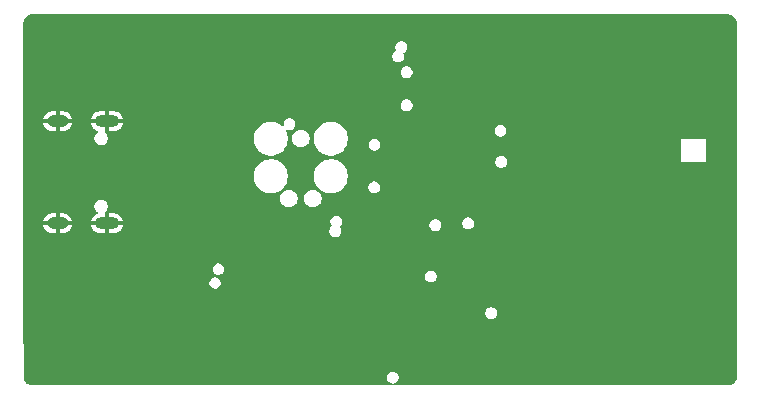
<source format=gbr>
%TF.GenerationSoftware,KiCad,Pcbnew,9.0.2*%
%TF.CreationDate,2025-06-08T15:41:30-05:00*%
%TF.ProjectId,STM32,53544d33-322e-46b6-9963-61645f706362,rev?*%
%TF.SameCoordinates,PX218c9f8PY54a9188*%
%TF.FileFunction,Copper,L3,Inr*%
%TF.FilePolarity,Positive*%
%FSLAX46Y46*%
G04 Gerber Fmt 4.6, Leading zero omitted, Abs format (unit mm)*
G04 Created by KiCad (PCBNEW 9.0.2) date 2025-06-08 15:41:30*
%MOMM*%
%LPD*%
G01*
G04 APERTURE LIST*
%TA.AperFunction,HeatsinkPad*%
%ADD10O,1.800000X1.000000*%
%TD*%
%TA.AperFunction,HeatsinkPad*%
%ADD11O,2.100000X1.000000*%
%TD*%
%TA.AperFunction,ComponentPad*%
%ADD12C,0.700000*%
%TD*%
%TA.AperFunction,ComponentPad*%
%ADD13C,4.400000*%
%TD*%
%TA.AperFunction,ViaPad*%
%ADD14C,0.900000*%
%TD*%
%TA.AperFunction,ViaPad*%
%ADD15C,0.700000*%
%TD*%
%TA.AperFunction,ViaPad*%
%ADD16C,0.650000*%
%TD*%
G04 APERTURE END LIST*
D10*
%TO.N,GND*%
%TO.C,J1*%
X3021000Y13773000D03*
D11*
X7201000Y13773000D03*
D10*
X3021000Y22413000D03*
D11*
X7201000Y22413000D03*
%TD*%
D12*
%TO.N,GND*%
%TO.C,H1*%
X2337726Y27939726D03*
X2821000Y29106452D03*
X2821000Y26773000D03*
X3987726Y29589726D03*
D13*
X3987726Y27939726D03*
D12*
X3987726Y26289726D03*
X5154452Y29106452D03*
X5154452Y26773000D03*
X5637726Y27939726D03*
%TD*%
%TO.N,GND*%
%TO.C,H3*%
X55171000Y27773000D03*
X55654274Y28939726D03*
X55654274Y26606274D03*
X56821000Y29423000D03*
D13*
X56821000Y27773000D03*
D12*
X56821000Y26123000D03*
X57987726Y28939726D03*
X57987726Y26606274D03*
X58471000Y27773000D03*
%TD*%
%TO.N,GND*%
%TO.C,H2*%
X2254274Y3439726D03*
X2737548Y4606452D03*
X2737548Y2273000D03*
X3904274Y5089726D03*
D13*
X3904274Y3439726D03*
D12*
X3904274Y1789726D03*
X5071000Y4606452D03*
X5071000Y2273000D03*
X5554274Y3439726D03*
%TD*%
%TO.N,GND*%
%TO.C,H4*%
X55421000Y3523000D03*
X55904274Y4689726D03*
X55904274Y2356274D03*
X57071000Y5173000D03*
D13*
X57071000Y3523000D03*
D12*
X57071000Y1873000D03*
X58237726Y4689726D03*
X58237726Y2356274D03*
X58721000Y3523000D03*
%TD*%
D14*
%TO.N,GND*%
X10922000Y24384000D03*
D15*
X29591000Y13787000D03*
D14*
X46821000Y773000D03*
X43821000Y773000D03*
X18821000Y773000D03*
X15821000Y773000D03*
X9821000Y773000D03*
X6821000Y773000D03*
X54821000Y12773000D03*
X51821000Y12773000D03*
X50821000Y25773000D03*
X47821000Y25773000D03*
X47821000Y23773000D03*
X44821000Y23773000D03*
X24821000Y28773000D03*
X21821000Y28773000D03*
X21821000Y25773000D03*
X18821000Y25773000D03*
X13821000Y24773000D03*
X18821000Y28773000D03*
X15821000Y28773000D03*
X12821000Y27773000D03*
X9821000Y27773000D03*
X22821000Y12773000D03*
X20821000Y10773000D03*
X52821000Y17773000D03*
X55821000Y16773000D03*
X56821000Y15773000D03*
X57821000Y16773000D03*
X58821000Y22773000D03*
X57821000Y23773000D03*
X56821000Y23773000D03*
X52821000Y22773000D03*
X45821000Y27773000D03*
X47821000Y11773000D03*
X57821000Y13773000D03*
X55821000Y7773000D03*
X26821000Y5773000D03*
X5821000Y6773000D03*
X9821000Y8773000D03*
X12821000Y1773000D03*
X10821000Y3773000D03*
X45821000Y10773000D03*
X58821000Y10773000D03*
X46821000Y5773000D03*
X51821000Y9773000D03*
X51821000Y15773000D03*
X44821000Y29773000D03*
X23821000Y26773000D03*
X17821000Y26773000D03*
X33821000Y30773000D03*
X28821000Y30773000D03*
X22821000Y30773000D03*
X17821000Y30773000D03*
X11821000Y30773000D03*
X8821000Y30773000D03*
D15*
X34821000Y18773000D03*
X50171000Y18873000D03*
X13021000Y14723000D03*
X32821000Y18823000D03*
X32771000Y20423000D03*
D16*
X33920998Y8648000D03*
D15*
X28021000Y19873000D03*
X8171000Y24473000D03*
X56771000Y22523000D03*
X41871000Y25823000D03*
X5171000Y10973000D03*
X31571000Y26623000D03*
X36721000Y21073000D03*
X40621000Y17973000D03*
X50171000Y21273000D03*
X34521000Y20223000D03*
X34821000Y18773000D03*
X9017000Y14478000D03*
X44571000Y13623000D03*
X34971000Y21023000D03*
X13071000Y18773000D03*
X36621000Y11223000D03*
X28771000Y16773000D03*
X46371000Y18223000D03*
X30171000Y11023000D03*
X34371000Y11123000D03*
X34921000Y16473000D03*
X32821000Y16673000D03*
X39871000Y23473000D03*
X40521000Y20673000D03*
X18821000Y4023000D03*
X37071000Y16473000D03*
X23596000Y16373000D03*
X35771000Y26673000D03*
X36771000Y19873000D03*
X13871000Y7623000D03*
X37871000Y11323000D03*
X28371000Y28523000D03*
X43271000Y18223000D03*
X56821000Y17373000D03*
X27221000Y8223000D03*
X36421000Y18523000D03*
X30821000Y24473000D03*
D14*
X9017000Y21717000D03*
%TD*%
%TA.AperFunction,Conductor*%
%TO.N,GND*%
G36*
X59766278Y31465400D02*
G01*
X59766301Y31465392D01*
X59810270Y31465393D01*
X59817509Y31465038D01*
X59943112Y31452667D01*
X59957330Y31449839D01*
X60074610Y31414263D01*
X60088013Y31408711D01*
X60189223Y31354613D01*
X60196086Y31350945D01*
X60208148Y31342886D01*
X60302881Y31265140D01*
X60313139Y31254882D01*
X60390885Y31160149D01*
X60398944Y31148087D01*
X60456710Y31040013D01*
X60462262Y31026611D01*
X60497837Y30909336D01*
X60500667Y30895108D01*
X60513036Y30769511D01*
X60513392Y30762277D01*
X60513392Y30759007D01*
X60513392Y30718301D01*
X60513403Y30718265D01*
X60513405Y30712565D01*
X60513405Y30712563D01*
X60520460Y836160D01*
X60519991Y829768D01*
X60520449Y783972D01*
X60520117Y776193D01*
X60507103Y640008D01*
X60504004Y624764D01*
X60463988Y498044D01*
X60457772Y483786D01*
X60392150Y368224D01*
X60383089Y355580D01*
X60294761Y256292D01*
X60283259Y245821D01*
X60176128Y167189D01*
X60162691Y159355D01*
X60041487Y104853D01*
X60026708Y100000D01*
X59911293Y75160D01*
X59895714Y73503D01*
X31480660Y76921D01*
X31428337Y98601D01*
X31406669Y150930D01*
X31428349Y203253D01*
X31461516Y222400D01*
X31461889Y222500D01*
X31461892Y222500D01*
X31589186Y256608D01*
X31703314Y322500D01*
X31796500Y415686D01*
X31862392Y529814D01*
X31896499Y657106D01*
X31896500Y657106D01*
X31896500Y788894D01*
X31896499Y788895D01*
X31862393Y916182D01*
X31862392Y916186D01*
X31796500Y1030314D01*
X31703314Y1123500D01*
X31589190Y1189390D01*
X31589181Y1189394D01*
X31461894Y1223500D01*
X31461892Y1223500D01*
X31330108Y1223500D01*
X31330106Y1223500D01*
X31202818Y1189394D01*
X31202809Y1189390D01*
X31088685Y1123500D01*
X30995500Y1030315D01*
X30929610Y916191D01*
X30929606Y916182D01*
X30895500Y788895D01*
X30895500Y657106D01*
X30929606Y529819D01*
X30929610Y529810D01*
X30943364Y505988D01*
X30995500Y415686D01*
X31088686Y322500D01*
X31202814Y256608D01*
X31330108Y222500D01*
X31330111Y222500D01*
X31330406Y222421D01*
X31375340Y187942D01*
X31382733Y131790D01*
X31348254Y86856D01*
X31311245Y76942D01*
X881403Y80602D01*
X875715Y80603D01*
X875699Y80608D01*
X831731Y80608D01*
X831729Y80609D01*
X824487Y80964D01*
X698892Y93333D01*
X684664Y96163D01*
X567389Y131738D01*
X553987Y137290D01*
X445913Y195056D01*
X433851Y203115D01*
X339118Y280861D01*
X328860Y291119D01*
X251114Y385852D01*
X243055Y397914D01*
X185289Y505988D01*
X179737Y519390D01*
X176575Y529814D01*
X144161Y636670D01*
X141333Y650888D01*
X128962Y776491D01*
X128607Y783744D01*
X128607Y788895D01*
X128608Y827699D01*
X128607Y827702D01*
X128607Y833556D01*
X128593Y833727D01*
X127312Y6238895D01*
X39220500Y6238895D01*
X39220500Y6107106D01*
X39254606Y5979819D01*
X39254607Y5979816D01*
X39254608Y5979814D01*
X39320500Y5865686D01*
X39413686Y5772500D01*
X39527814Y5706608D01*
X39655105Y5672501D01*
X39655106Y5672500D01*
X39655108Y5672500D01*
X39786894Y5672500D01*
X39786894Y5672501D01*
X39914186Y5706608D01*
X40028314Y5772500D01*
X40121500Y5865686D01*
X40187392Y5979814D01*
X40221499Y6107106D01*
X40221500Y6107106D01*
X40221500Y6238894D01*
X40221499Y6238895D01*
X40187393Y6366182D01*
X40187392Y6366186D01*
X40121500Y6480314D01*
X40028314Y6573500D01*
X39914190Y6639390D01*
X39914181Y6639394D01*
X39786894Y6673500D01*
X39786892Y6673500D01*
X39655108Y6673500D01*
X39655106Y6673500D01*
X39527818Y6639394D01*
X39527809Y6639390D01*
X39413685Y6573500D01*
X39320500Y6480315D01*
X39254610Y6366191D01*
X39254606Y6366182D01*
X39220500Y6238895D01*
X127312Y6238895D01*
X126709Y8785604D01*
X15870500Y8785604D01*
X15870500Y8660397D01*
X15902904Y8539465D01*
X15902905Y8539464D01*
X15965505Y8431036D01*
X16054036Y8342505D01*
X16162464Y8279905D01*
X16162463Y8279905D01*
X16232286Y8261196D01*
X16283396Y8247501D01*
X16283397Y8247500D01*
X16283399Y8247500D01*
X16408603Y8247500D01*
X16408603Y8247501D01*
X16529536Y8279905D01*
X16637964Y8342505D01*
X16726495Y8431036D01*
X16789095Y8539464D01*
X16821499Y8660397D01*
X16821500Y8660397D01*
X16821500Y8785603D01*
X16821499Y8785604D01*
X16789095Y8906536D01*
X16726495Y9014964D01*
X16637963Y9103496D01*
X16529534Y9166096D01*
X16529536Y9166096D01*
X16408603Y9198500D01*
X16408601Y9198500D01*
X16283399Y9198500D01*
X16283397Y9198500D01*
X16162464Y9166096D01*
X16054036Y9103496D01*
X15965504Y9014964D01*
X15902904Y8906536D01*
X15870500Y8785604D01*
X126709Y8785604D01*
X126578Y9338895D01*
X34120500Y9338895D01*
X34120500Y9207106D01*
X34154606Y9079819D01*
X34154607Y9079816D01*
X34154608Y9079814D01*
X34220500Y8965686D01*
X34313686Y8872500D01*
X34427814Y8806608D01*
X34555105Y8772501D01*
X34555106Y8772500D01*
X34555108Y8772500D01*
X34686894Y8772500D01*
X34686894Y8772501D01*
X34814186Y8806608D01*
X34928314Y8872500D01*
X35021500Y8965686D01*
X35087392Y9079814D01*
X35121499Y9207106D01*
X35121500Y9207106D01*
X35121500Y9338894D01*
X35121499Y9338895D01*
X35099097Y9422500D01*
X35087392Y9466186D01*
X35021500Y9580314D01*
X34928314Y9673500D01*
X34814190Y9739390D01*
X34814181Y9739394D01*
X34686894Y9773500D01*
X34686892Y9773500D01*
X34555108Y9773500D01*
X34555106Y9773500D01*
X34427818Y9739394D01*
X34427809Y9739390D01*
X34313685Y9673500D01*
X34220500Y9580315D01*
X34154610Y9466191D01*
X34154606Y9466182D01*
X34120500Y9338895D01*
X126578Y9338895D01*
X126431Y9960604D01*
X16145500Y9960604D01*
X16145500Y9835397D01*
X16177904Y9714465D01*
X16177905Y9714464D01*
X16240505Y9606036D01*
X16329036Y9517505D01*
X16437464Y9454905D01*
X16437463Y9454905D01*
X16507286Y9436196D01*
X16558396Y9422501D01*
X16558397Y9422500D01*
X16558399Y9422500D01*
X16683603Y9422500D01*
X16683603Y9422501D01*
X16804536Y9454905D01*
X16912964Y9517505D01*
X17001495Y9606036D01*
X17064095Y9714464D01*
X17096499Y9835397D01*
X17096500Y9835397D01*
X17096500Y9960603D01*
X17096499Y9960604D01*
X17064095Y10081536D01*
X17001495Y10189964D01*
X16912963Y10278496D01*
X16804534Y10341096D01*
X16804536Y10341096D01*
X16683603Y10373500D01*
X16683601Y10373500D01*
X16558399Y10373500D01*
X16558397Y10373500D01*
X16437464Y10341096D01*
X16329036Y10278496D01*
X16240504Y10189964D01*
X16177904Y10081536D01*
X16145500Y9960604D01*
X126431Y9960604D01*
X125486Y13948001D01*
X1789157Y13948001D01*
X1789157Y13948000D01*
X2375625Y13948000D01*
X2341444Y13888796D01*
X2321000Y13812496D01*
X2321000Y13733504D01*
X2341444Y13657204D01*
X2375625Y13598000D01*
X1789157Y13598000D01*
X1803663Y13525070D01*
X1803665Y13525064D01*
X1867740Y13370374D01*
X1960761Y13231157D01*
X2079156Y13112762D01*
X2218373Y13019741D01*
X2373063Y12955666D01*
X2373069Y12955664D01*
X2537284Y12923000D01*
X2846000Y12923000D01*
X2846000Y13473000D01*
X3196000Y13473000D01*
X3196000Y12923000D01*
X3504716Y12923000D01*
X3668930Y12955664D01*
X3668936Y12955666D01*
X3823626Y13019741D01*
X3962843Y13112762D01*
X3962845Y13112763D01*
X4081237Y13231155D01*
X4081238Y13231157D01*
X4174259Y13370374D01*
X4238334Y13525064D01*
X4238336Y13525070D01*
X4252842Y13598000D01*
X3666375Y13598000D01*
X3700556Y13657204D01*
X3721000Y13733504D01*
X3721000Y13812496D01*
X3700556Y13888796D01*
X3666375Y13948000D01*
X4252843Y13948000D01*
X4252842Y13948001D01*
X5819157Y13948001D01*
X5819157Y13948000D01*
X6405625Y13948000D01*
X6371444Y13888796D01*
X6351000Y13812496D01*
X6351000Y13733504D01*
X6371444Y13657204D01*
X6405625Y13598000D01*
X5819157Y13598000D01*
X5833663Y13525070D01*
X5833665Y13525064D01*
X5897740Y13370374D01*
X5990761Y13231157D01*
X6109156Y13112762D01*
X6248373Y13019741D01*
X6403063Y12955666D01*
X6403069Y12955664D01*
X6567284Y12923000D01*
X7026000Y12923000D01*
X7026000Y13473000D01*
X7376000Y13473000D01*
X7376000Y12923000D01*
X7834716Y12923000D01*
X7998930Y12955664D01*
X7998936Y12955666D01*
X8153626Y13019741D01*
X8292843Y13112762D01*
X8292845Y13112763D01*
X8368977Y13188895D01*
X26020500Y13188895D01*
X26020500Y13057106D01*
X26054606Y12929819D01*
X26054607Y12929816D01*
X26054608Y12929814D01*
X26120500Y12815686D01*
X26213686Y12722500D01*
X26327814Y12656608D01*
X26455105Y12622501D01*
X26455106Y12622500D01*
X26455108Y12622500D01*
X26586894Y12622500D01*
X26586894Y12622501D01*
X26714186Y12656608D01*
X26828314Y12722500D01*
X26921500Y12815686D01*
X26987392Y12929814D01*
X27021499Y13057106D01*
X27021500Y13057106D01*
X27021500Y13188894D01*
X27021499Y13188895D01*
X27012494Y13222501D01*
X26987392Y13316186D01*
X26921500Y13430314D01*
X26921499Y13430315D01*
X26919075Y13434514D01*
X26921569Y13435955D01*
X26909284Y13481866D01*
X26930321Y13524508D01*
X27021500Y13615686D01*
X27063767Y13688895D01*
X34495500Y13688895D01*
X34495500Y13557106D01*
X34529606Y13429819D01*
X34529607Y13429816D01*
X34529608Y13429814D01*
X34595500Y13315686D01*
X34688686Y13222500D01*
X34802814Y13156608D01*
X34930105Y13122501D01*
X34930106Y13122500D01*
X34930108Y13122500D01*
X35061894Y13122500D01*
X35061894Y13122501D01*
X35189186Y13156608D01*
X35303314Y13222500D01*
X35396500Y13315686D01*
X35462392Y13429814D01*
X35496499Y13557106D01*
X35496500Y13557106D01*
X35496500Y13688894D01*
X35496499Y13688895D01*
X35462392Y13816186D01*
X35449281Y13838894D01*
X35449280Y13838895D01*
X37270500Y13838895D01*
X37270500Y13707106D01*
X37304606Y13579819D01*
X37304610Y13579810D01*
X37336218Y13525064D01*
X37370500Y13465686D01*
X37463686Y13372500D01*
X37577814Y13306608D01*
X37705105Y13272501D01*
X37705106Y13272500D01*
X37705108Y13272500D01*
X37836894Y13272500D01*
X37836894Y13272501D01*
X37964186Y13306608D01*
X38078314Y13372500D01*
X38171500Y13465686D01*
X38237392Y13579814D01*
X38271499Y13707106D01*
X38271500Y13707106D01*
X38271500Y13838894D01*
X38271499Y13838895D01*
X38266619Y13857106D01*
X38237392Y13966186D01*
X38171500Y14080314D01*
X38078314Y14173500D01*
X37979908Y14230315D01*
X37964190Y14239390D01*
X37964181Y14239394D01*
X37836894Y14273500D01*
X37836892Y14273500D01*
X37705108Y14273500D01*
X37705106Y14273500D01*
X37577818Y14239394D01*
X37577809Y14239390D01*
X37463685Y14173500D01*
X37370500Y14080315D01*
X37304610Y13966191D01*
X37304606Y13966182D01*
X37270500Y13838895D01*
X35449280Y13838895D01*
X35396499Y13930315D01*
X35303314Y14023500D01*
X35189190Y14089390D01*
X35189181Y14089394D01*
X35061894Y14123500D01*
X35061892Y14123500D01*
X34930108Y14123500D01*
X34930106Y14123500D01*
X34802818Y14089394D01*
X34802809Y14089390D01*
X34688685Y14023500D01*
X34595500Y13930315D01*
X34529610Y13816191D01*
X34529606Y13816182D01*
X34495500Y13688895D01*
X27063767Y13688895D01*
X27087392Y13729814D01*
X27121499Y13857106D01*
X27121500Y13857106D01*
X27121500Y13988894D01*
X27121499Y13988895D01*
X27112913Y14020937D01*
X27087392Y14116186D01*
X27021500Y14230314D01*
X26928314Y14323500D01*
X26814190Y14389390D01*
X26814181Y14389394D01*
X26686894Y14423500D01*
X26686892Y14423500D01*
X26555108Y14423500D01*
X26555106Y14423500D01*
X26427818Y14389394D01*
X26427809Y14389390D01*
X26313685Y14323500D01*
X26220500Y14230315D01*
X26154610Y14116191D01*
X26154606Y14116182D01*
X26120500Y13988895D01*
X26120500Y13857106D01*
X26154606Y13729819D01*
X26154610Y13729810D01*
X26222925Y13611486D01*
X26220417Y13610039D01*
X26232723Y13564188D01*
X26211678Y13521492D01*
X26120500Y13430315D01*
X26054610Y13316191D01*
X26054606Y13316182D01*
X26020500Y13188895D01*
X8368977Y13188895D01*
X8411237Y13231155D01*
X8411240Y13231160D01*
X8413710Y13234855D01*
X8504259Y13370374D01*
X8568334Y13525064D01*
X8568336Y13525070D01*
X8582842Y13598000D01*
X7996375Y13598000D01*
X8030556Y13657204D01*
X8051000Y13733504D01*
X8051000Y13812496D01*
X8030556Y13888796D01*
X7996375Y13948000D01*
X8582843Y13948000D01*
X8582842Y13948001D01*
X8568336Y14020931D01*
X8568334Y14020937D01*
X8504259Y14175627D01*
X8411238Y14314844D01*
X8292843Y14433239D01*
X8153626Y14526260D01*
X7998936Y14590335D01*
X7998930Y14590337D01*
X7834716Y14623000D01*
X7376000Y14623000D01*
X7376000Y14073000D01*
X7026000Y14073000D01*
X7026000Y14626994D01*
X7007150Y14672502D01*
X7028824Y14724828D01*
X7044149Y14736587D01*
X7054365Y14742485D01*
X7161515Y14849635D01*
X7237281Y14980865D01*
X7276499Y15127232D01*
X7276500Y15127232D01*
X7276500Y15278768D01*
X7276499Y15278769D01*
X7237282Y15425131D01*
X7237281Y15425135D01*
X7161515Y15556365D01*
X7054365Y15663515D01*
X7054362Y15663517D01*
X6923139Y15739279D01*
X6923130Y15739283D01*
X6776768Y15778500D01*
X6776766Y15778500D01*
X6625234Y15778500D01*
X6625232Y15778500D01*
X6478869Y15739283D01*
X6478860Y15739279D01*
X6347637Y15663517D01*
X6240483Y15556363D01*
X6164721Y15425140D01*
X6164717Y15425131D01*
X6125500Y15278769D01*
X6125500Y15127232D01*
X6164717Y14980870D01*
X6164718Y14980867D01*
X6164719Y14980865D01*
X6240485Y14849635D01*
X6347635Y14742485D01*
X6347637Y14742484D01*
X6394281Y14715554D01*
X6428760Y14670621D01*
X6421367Y14614468D01*
X6385600Y14583101D01*
X6248373Y14526260D01*
X6109156Y14433239D01*
X6109155Y14433237D01*
X5990763Y14314845D01*
X5990761Y14314844D01*
X5897740Y14175627D01*
X5833665Y14020937D01*
X5833663Y14020931D01*
X5819157Y13948001D01*
X4252842Y13948001D01*
X4238336Y14020931D01*
X4238334Y14020937D01*
X4174259Y14175627D01*
X4081238Y14314844D01*
X3962843Y14433239D01*
X3823626Y14526260D01*
X3668936Y14590335D01*
X3668930Y14590337D01*
X3504716Y14623000D01*
X3196000Y14623000D01*
X3196000Y14073000D01*
X2846000Y14073000D01*
X2846000Y14623000D01*
X2537284Y14623000D01*
X2373069Y14590337D01*
X2373063Y14590335D01*
X2218373Y14526260D01*
X2079156Y14433239D01*
X2079155Y14433237D01*
X1960763Y14314845D01*
X1960761Y14314844D01*
X1867740Y14175627D01*
X1803665Y14020937D01*
X1803663Y14020931D01*
X1789157Y13948001D01*
X125486Y13948001D01*
X125014Y15941455D01*
X21849200Y15941455D01*
X21849200Y15794545D01*
X21856267Y15759014D01*
X21877858Y15650465D01*
X21877861Y15650454D01*
X21934078Y15514734D01*
X21934079Y15514732D01*
X21934080Y15514731D01*
X22015699Y15392580D01*
X22119580Y15288699D01*
X22241731Y15207080D01*
X22377458Y15150860D01*
X22521545Y15122200D01*
X22668455Y15122200D01*
X22812542Y15150860D01*
X22948269Y15207080D01*
X23070420Y15288699D01*
X23174301Y15392580D01*
X23255920Y15514731D01*
X23312140Y15650458D01*
X23340800Y15794545D01*
X23340800Y15941455D01*
X23881200Y15941455D01*
X23881200Y15794545D01*
X23888267Y15759014D01*
X23909858Y15650465D01*
X23909861Y15650454D01*
X23966078Y15514734D01*
X23966079Y15514732D01*
X23966080Y15514731D01*
X24047699Y15392580D01*
X24151580Y15288699D01*
X24273731Y15207080D01*
X24409458Y15150860D01*
X24553545Y15122200D01*
X24700455Y15122200D01*
X24844542Y15150860D01*
X24980269Y15207080D01*
X25102420Y15288699D01*
X25206301Y15392580D01*
X25287920Y15514731D01*
X25344140Y15650458D01*
X25372800Y15794545D01*
X25372800Y15941455D01*
X25344140Y16085542D01*
X25287920Y16221269D01*
X25206301Y16343420D01*
X25102420Y16447301D01*
X24980269Y16528920D01*
X24980268Y16528921D01*
X24980266Y16528922D01*
X24844546Y16585139D01*
X24844535Y16585142D01*
X24700455Y16613800D01*
X24553545Y16613800D01*
X24409464Y16585142D01*
X24409453Y16585139D01*
X24273733Y16528922D01*
X24151583Y16447304D01*
X24047696Y16343417D01*
X23966078Y16221267D01*
X23909861Y16085547D01*
X23909858Y16085536D01*
X23881919Y15945072D01*
X23881200Y15941455D01*
X23340800Y15941455D01*
X23312140Y16085542D01*
X23255920Y16221269D01*
X23174301Y16343420D01*
X23070420Y16447301D01*
X22948269Y16528920D01*
X22948268Y16528921D01*
X22948266Y16528922D01*
X22812546Y16585139D01*
X22812535Y16585142D01*
X22668455Y16613800D01*
X22521545Y16613800D01*
X22377464Y16585142D01*
X22377453Y16585139D01*
X22241733Y16528922D01*
X22119583Y16447304D01*
X22015696Y16343417D01*
X21934078Y16221267D01*
X21877861Y16085547D01*
X21877858Y16085536D01*
X21849919Y15945072D01*
X21849200Y15941455D01*
X125014Y15941455D01*
X124553Y17886170D01*
X19633050Y17886170D01*
X19633050Y17659831D01*
X19668458Y17436280D01*
X19668460Y17436269D01*
X19738397Y17221025D01*
X19841154Y17019350D01*
X19935938Y16888892D01*
X19974193Y16836239D01*
X20134239Y16676193D01*
X20134242Y16676191D01*
X20134243Y16676190D01*
X20317349Y16543155D01*
X20371261Y16515686D01*
X20519019Y16440400D01*
X20519021Y16440400D01*
X20519024Y16440398D01*
X20734268Y16370461D01*
X20734272Y16370461D01*
X20734279Y16370458D01*
X20927263Y16339892D01*
X20957830Y16335050D01*
X20957831Y16335050D01*
X21184170Y16335050D01*
X21211059Y16339310D01*
X21407721Y16370458D01*
X21407729Y16370461D01*
X21407731Y16370461D01*
X21622975Y16440398D01*
X21622975Y16440399D01*
X21622981Y16440400D01*
X21824650Y16543155D01*
X22007761Y16676193D01*
X22167807Y16836239D01*
X22300845Y17019350D01*
X22403600Y17221019D01*
X22473542Y17436279D01*
X22508950Y17659831D01*
X22508950Y17886169D01*
X22508950Y17886170D01*
X24713050Y17886170D01*
X24713050Y17659831D01*
X24748458Y17436280D01*
X24748460Y17436269D01*
X24818397Y17221025D01*
X24921154Y17019350D01*
X25015938Y16888892D01*
X25054193Y16836239D01*
X25214239Y16676193D01*
X25214242Y16676191D01*
X25214243Y16676190D01*
X25397349Y16543155D01*
X25451261Y16515686D01*
X25599019Y16440400D01*
X25599021Y16440400D01*
X25599024Y16440398D01*
X25814268Y16370461D01*
X25814272Y16370461D01*
X25814279Y16370458D01*
X26007263Y16339892D01*
X26037830Y16335050D01*
X26037831Y16335050D01*
X26264170Y16335050D01*
X26291059Y16339310D01*
X26487721Y16370458D01*
X26487729Y16370461D01*
X26487731Y16370461D01*
X26702975Y16440398D01*
X26702975Y16440399D01*
X26702981Y16440400D01*
X26904650Y16543155D01*
X27087761Y16676193D01*
X27247807Y16836239D01*
X27286064Y16888895D01*
X29320500Y16888895D01*
X29320500Y16757106D01*
X29354606Y16629819D01*
X29354610Y16629810D01*
X29380401Y16585139D01*
X29420500Y16515686D01*
X29513686Y16422500D01*
X29627814Y16356608D01*
X29755105Y16322501D01*
X29755106Y16322500D01*
X29755108Y16322500D01*
X29886894Y16322500D01*
X29886894Y16322501D01*
X30014186Y16356608D01*
X30128314Y16422500D01*
X30221500Y16515686D01*
X30287392Y16629814D01*
X30321499Y16757106D01*
X30321500Y16757106D01*
X30321500Y16888894D01*
X30321499Y16888895D01*
X30287393Y17016182D01*
X30287392Y17016186D01*
X30221500Y17130314D01*
X30128314Y17223500D01*
X30014190Y17289390D01*
X30014181Y17289394D01*
X29886894Y17323500D01*
X29886892Y17323500D01*
X29755108Y17323500D01*
X29755106Y17323500D01*
X29627818Y17289394D01*
X29627809Y17289390D01*
X29513685Y17223500D01*
X29420500Y17130315D01*
X29354610Y17016191D01*
X29354606Y17016182D01*
X29320500Y16888895D01*
X27286064Y16888895D01*
X27380845Y17019350D01*
X27483600Y17221019D01*
X27553542Y17436279D01*
X27588950Y17659831D01*
X27588950Y17886169D01*
X27553542Y18109721D01*
X27553539Y18109728D01*
X27553539Y18109732D01*
X27483602Y18324976D01*
X27483600Y18324979D01*
X27483600Y18324981D01*
X27408435Y18472501D01*
X27380845Y18526651D01*
X27247810Y18709757D01*
X27247809Y18709758D01*
X27247807Y18709761D01*
X27087761Y18869807D01*
X27087758Y18869810D01*
X27087756Y18869811D01*
X26930760Y18983875D01*
X26904649Y19002846D01*
X26833898Y19038895D01*
X40070500Y19038895D01*
X40070500Y18907106D01*
X40104606Y18779819D01*
X40104610Y18779810D01*
X40170500Y18665686D01*
X40263686Y18572500D01*
X40377814Y18506608D01*
X40505105Y18472501D01*
X40505106Y18472500D01*
X40505108Y18472500D01*
X40636894Y18472500D01*
X40636894Y18472501D01*
X40764186Y18506608D01*
X40878314Y18572500D01*
X40971500Y18665686D01*
X41037392Y18779814D01*
X41071499Y18907106D01*
X41071500Y18907106D01*
X41071500Y18998000D01*
X55831000Y18998000D01*
X57921000Y18998000D01*
X57921000Y20898000D01*
X55831000Y20898000D01*
X55831000Y18998000D01*
X41071500Y18998000D01*
X41071500Y19038894D01*
X41071499Y19038895D01*
X41037393Y19166182D01*
X41037392Y19166186D01*
X40971500Y19280314D01*
X40878314Y19373500D01*
X40764190Y19439390D01*
X40764181Y19439394D01*
X40636894Y19473500D01*
X40636892Y19473500D01*
X40505108Y19473500D01*
X40505106Y19473500D01*
X40377818Y19439394D01*
X40377809Y19439390D01*
X40263685Y19373500D01*
X40170500Y19280315D01*
X40104610Y19166191D01*
X40104606Y19166182D01*
X40070500Y19038895D01*
X26833898Y19038895D01*
X26702975Y19105603D01*
X26487731Y19175540D01*
X26487722Y19175542D01*
X26487721Y19175542D01*
X26375945Y19193246D01*
X26264170Y19210950D01*
X26264169Y19210950D01*
X26037831Y19210950D01*
X26037830Y19210950D01*
X25814279Y19175542D01*
X25814268Y19175540D01*
X25599024Y19105603D01*
X25397349Y19002846D01*
X25214243Y18869811D01*
X25054189Y18709757D01*
X24921154Y18526651D01*
X24818397Y18324976D01*
X24748460Y18109732D01*
X24748458Y18109721D01*
X24713050Y17886170D01*
X22508950Y17886170D01*
X22473542Y18109721D01*
X22473539Y18109728D01*
X22473539Y18109732D01*
X22403602Y18324976D01*
X22403600Y18324979D01*
X22403600Y18324981D01*
X22328435Y18472501D01*
X22300845Y18526651D01*
X22167810Y18709757D01*
X22167809Y18709758D01*
X22167807Y18709761D01*
X22007761Y18869807D01*
X22007758Y18869810D01*
X22007756Y18869811D01*
X21824650Y19002846D01*
X21622975Y19105603D01*
X21407731Y19175540D01*
X21407722Y19175542D01*
X21407721Y19175542D01*
X21295945Y19193246D01*
X21184170Y19210950D01*
X21184169Y19210950D01*
X20957831Y19210950D01*
X20957830Y19210950D01*
X20734279Y19175542D01*
X20734268Y19175540D01*
X20519024Y19105603D01*
X20317349Y19002846D01*
X20134243Y18869811D01*
X19974189Y18709757D01*
X19841154Y18526651D01*
X19738397Y18324976D01*
X19668460Y18109732D01*
X19668458Y18109721D01*
X19633050Y17886170D01*
X124553Y17886170D01*
X123439Y22588001D01*
X1789157Y22588001D01*
X1789157Y22588000D01*
X2375625Y22588000D01*
X2341444Y22528796D01*
X2321000Y22452496D01*
X2321000Y22373504D01*
X2341444Y22297204D01*
X2375625Y22238000D01*
X1789157Y22238000D01*
X1803663Y22165070D01*
X1803665Y22165064D01*
X1867740Y22010374D01*
X1960761Y21871157D01*
X2079156Y21752762D01*
X2218373Y21659741D01*
X2373063Y21595666D01*
X2373069Y21595664D01*
X2537284Y21563000D01*
X2846000Y21563000D01*
X2846000Y22113000D01*
X3196000Y22113000D01*
X3196000Y21563000D01*
X3504716Y21563000D01*
X3668930Y21595664D01*
X3668936Y21595666D01*
X3823626Y21659741D01*
X3962843Y21752762D01*
X3962845Y21752763D01*
X4081237Y21871155D01*
X4081238Y21871157D01*
X4174259Y22010374D01*
X4238334Y22165064D01*
X4238336Y22165070D01*
X4252842Y22238000D01*
X3666375Y22238000D01*
X3700556Y22297204D01*
X3721000Y22373504D01*
X3721000Y22452496D01*
X3700556Y22528796D01*
X3666375Y22588000D01*
X4252843Y22588000D01*
X4252842Y22588001D01*
X5819157Y22588001D01*
X5819157Y22588000D01*
X6405625Y22588000D01*
X6371444Y22528796D01*
X6351000Y22452496D01*
X6351000Y22373504D01*
X6371444Y22297204D01*
X6405625Y22238000D01*
X5819157Y22238000D01*
X5833663Y22165070D01*
X5833665Y22165064D01*
X5897740Y22010374D01*
X5990761Y21871157D01*
X6109156Y21752762D01*
X6248374Y21659740D01*
X6385599Y21602900D01*
X6425648Y21562852D01*
X6425648Y21506215D01*
X6394282Y21470448D01*
X6347638Y21443518D01*
X6347638Y21443517D01*
X6347635Y21443515D01*
X6240485Y21336365D01*
X6240483Y21336363D01*
X6164721Y21205140D01*
X6164717Y21205131D01*
X6125500Y21058769D01*
X6125500Y20907232D01*
X6164717Y20760870D01*
X6164721Y20760861D01*
X6240483Y20629638D01*
X6240485Y20629635D01*
X6347635Y20522485D01*
X6478865Y20446719D01*
X6625231Y20407501D01*
X6625232Y20407500D01*
X6625234Y20407500D01*
X6776768Y20407500D01*
X6776768Y20407501D01*
X6923135Y20446719D01*
X7054365Y20522485D01*
X7161515Y20629635D01*
X7237281Y20760865D01*
X7276499Y20907232D01*
X7276500Y20907232D01*
X7276500Y21058769D01*
X7275857Y21061169D01*
X19633050Y21061169D01*
X19633050Y20834831D01*
X19667681Y20616182D01*
X19668458Y20611280D01*
X19668460Y20611269D01*
X19738397Y20396025D01*
X19841154Y20194350D01*
X19966011Y20022500D01*
X19974193Y20011239D01*
X20134239Y19851193D01*
X20134242Y19851191D01*
X20134243Y19851190D01*
X20317349Y19718155D01*
X20414552Y19668628D01*
X20519019Y19615400D01*
X20519021Y19615400D01*
X20519024Y19615398D01*
X20734268Y19545461D01*
X20734272Y19545461D01*
X20734279Y19545458D01*
X20927263Y19514892D01*
X20957830Y19510050D01*
X20957831Y19510050D01*
X21184170Y19510050D01*
X21211059Y19514310D01*
X21407721Y19545458D01*
X21407729Y19545461D01*
X21407731Y19545461D01*
X21622975Y19615398D01*
X21622975Y19615399D01*
X21622981Y19615400D01*
X21824650Y19718155D01*
X22007761Y19851193D01*
X22167807Y20011239D01*
X22300845Y20194350D01*
X22403600Y20396019D01*
X22428476Y20472580D01*
X22473539Y20611269D01*
X22473540Y20611273D01*
X22473542Y20611279D01*
X22508950Y20834831D01*
X22508950Y21021455D01*
X22865200Y21021455D01*
X22865200Y20874546D01*
X22893858Y20730465D01*
X22893861Y20730454D01*
X22950078Y20594734D01*
X23020799Y20488892D01*
X23031699Y20472580D01*
X23135580Y20368699D01*
X23257731Y20287080D01*
X23393458Y20230860D01*
X23537545Y20202200D01*
X23684455Y20202200D01*
X23828542Y20230860D01*
X23964269Y20287080D01*
X24086420Y20368699D01*
X24190301Y20472580D01*
X24271920Y20594731D01*
X24328140Y20730458D01*
X24356800Y20874545D01*
X24356800Y21021455D01*
X24356800Y21021456D01*
X24351194Y21049642D01*
X24348901Y21061169D01*
X24713050Y21061169D01*
X24713050Y20834831D01*
X24747681Y20616182D01*
X24748458Y20611280D01*
X24748460Y20611269D01*
X24818397Y20396025D01*
X24921154Y20194350D01*
X25046011Y20022500D01*
X25054193Y20011239D01*
X25214239Y19851193D01*
X25214242Y19851191D01*
X25214243Y19851190D01*
X25397349Y19718155D01*
X25494552Y19668628D01*
X25599019Y19615400D01*
X25599021Y19615400D01*
X25599024Y19615398D01*
X25814268Y19545461D01*
X25814272Y19545461D01*
X25814279Y19545458D01*
X26007263Y19514892D01*
X26037830Y19510050D01*
X26037831Y19510050D01*
X26264170Y19510050D01*
X26291059Y19514310D01*
X26487721Y19545458D01*
X26487729Y19545461D01*
X26487731Y19545461D01*
X26702975Y19615398D01*
X26702975Y19615399D01*
X26702981Y19615400D01*
X26904650Y19718155D01*
X27087761Y19851193D01*
X27247807Y20011239D01*
X27380845Y20194350D01*
X27483600Y20396019D01*
X27513777Y20488895D01*
X29345500Y20488895D01*
X29345500Y20357106D01*
X29379606Y20229819D01*
X29379607Y20229816D01*
X29379608Y20229814D01*
X29445500Y20115686D01*
X29538686Y20022500D01*
X29652814Y19956608D01*
X29780105Y19922501D01*
X29780106Y19922500D01*
X29780108Y19922500D01*
X29911894Y19922500D01*
X29911894Y19922501D01*
X30039186Y19956608D01*
X30153314Y20022500D01*
X30246500Y20115686D01*
X30312392Y20229814D01*
X30346499Y20357106D01*
X30346500Y20357106D01*
X30346500Y20488894D01*
X30346499Y20488895D01*
X30313706Y20611280D01*
X30312392Y20616186D01*
X30246500Y20730314D01*
X30153314Y20823500D01*
X30064900Y20874546D01*
X30039190Y20889390D01*
X30039181Y20889394D01*
X29911894Y20923500D01*
X29911892Y20923500D01*
X29780108Y20923500D01*
X29780106Y20923500D01*
X29652818Y20889394D01*
X29652809Y20889390D01*
X29538685Y20823500D01*
X29445500Y20730315D01*
X29379610Y20616191D01*
X29379606Y20616182D01*
X29345500Y20488895D01*
X27513777Y20488895D01*
X27553542Y20611279D01*
X27588950Y20834831D01*
X27588950Y21061169D01*
X27553542Y21284721D01*
X27553539Y21284728D01*
X27553539Y21284732D01*
X27483602Y21499976D01*
X27483600Y21499979D01*
X27483600Y21499981D01*
X27401992Y21660147D01*
X27401991Y21660150D01*
X27387344Y21688895D01*
X40020500Y21688895D01*
X40020500Y21557106D01*
X40054606Y21429819D01*
X40054610Y21429810D01*
X40058301Y21423417D01*
X40120500Y21315686D01*
X40213686Y21222500D01*
X40327814Y21156608D01*
X40455105Y21122501D01*
X40455106Y21122500D01*
X40455108Y21122500D01*
X40586894Y21122500D01*
X40586894Y21122501D01*
X40714186Y21156608D01*
X40828314Y21222500D01*
X40921500Y21315686D01*
X40987392Y21429814D01*
X41021499Y21557106D01*
X41021500Y21557106D01*
X41021500Y21688894D01*
X41021499Y21688895D01*
X41018081Y21701650D01*
X40987392Y21816186D01*
X40921500Y21930314D01*
X40828314Y22023500D01*
X40791409Y22044807D01*
X40714190Y22089390D01*
X40714181Y22089394D01*
X40586894Y22123500D01*
X40586892Y22123500D01*
X40455108Y22123500D01*
X40455106Y22123500D01*
X40327818Y22089394D01*
X40327809Y22089390D01*
X40213685Y22023500D01*
X40120500Y21930315D01*
X40054610Y21816191D01*
X40054606Y21816182D01*
X40020500Y21688895D01*
X27387344Y21688895D01*
X27380850Y21701641D01*
X27380845Y21701650D01*
X27247810Y21884757D01*
X27247809Y21884758D01*
X27247807Y21884761D01*
X27087761Y22044807D01*
X27087758Y22044810D01*
X27087756Y22044811D01*
X26904650Y22177846D01*
X26702975Y22280603D01*
X26487731Y22350540D01*
X26487722Y22350542D01*
X26487721Y22350542D01*
X26342748Y22373504D01*
X26264170Y22385950D01*
X26264169Y22385950D01*
X26037831Y22385950D01*
X26037830Y22385950D01*
X25814279Y22350542D01*
X25814268Y22350540D01*
X25599024Y22280603D01*
X25397349Y22177846D01*
X25214243Y22044811D01*
X25054189Y21884757D01*
X24921154Y21701651D01*
X24818397Y21499976D01*
X24748460Y21284732D01*
X24748458Y21284721D01*
X24729581Y21165536D01*
X24713050Y21061169D01*
X24348901Y21061169D01*
X24328141Y21165536D01*
X24328140Y21165542D01*
X24304547Y21222501D01*
X24271921Y21301267D01*
X24248469Y21336365D01*
X24190301Y21423420D01*
X24086420Y21527301D01*
X24034272Y21562145D01*
X23964266Y21608922D01*
X23828546Y21665139D01*
X23828535Y21665142D01*
X23684455Y21693800D01*
X23537545Y21693800D01*
X23393464Y21665142D01*
X23393453Y21665139D01*
X23257733Y21608922D01*
X23135583Y21527304D01*
X23031696Y21423417D01*
X22950078Y21301267D01*
X22893861Y21165547D01*
X22893858Y21165536D01*
X22865200Y21021455D01*
X22508950Y21021455D01*
X22508950Y21061169D01*
X22473542Y21284721D01*
X22473539Y21284728D01*
X22473539Y21284732D01*
X22403602Y21499976D01*
X22403600Y21499979D01*
X22403600Y21499981D01*
X22347342Y21610393D01*
X22342900Y21666853D01*
X22379683Y21709921D01*
X22436145Y21714364D01*
X22450279Y21708072D01*
X22452814Y21706608D01*
X22580105Y21672501D01*
X22580106Y21672500D01*
X22580108Y21672500D01*
X22711894Y21672500D01*
X22711894Y21672501D01*
X22839186Y21706608D01*
X22953314Y21772500D01*
X23046500Y21865686D01*
X23112392Y21979814D01*
X23146499Y22107106D01*
X23146500Y22107106D01*
X23146500Y22238894D01*
X23146499Y22238895D01*
X23112393Y22366182D01*
X23112392Y22366186D01*
X23046500Y22480314D01*
X22953314Y22573500D01*
X22912256Y22597205D01*
X22839190Y22639390D01*
X22839181Y22639394D01*
X22711894Y22673500D01*
X22711892Y22673500D01*
X22580108Y22673500D01*
X22580106Y22673500D01*
X22452818Y22639394D01*
X22452809Y22639390D01*
X22338685Y22573500D01*
X22245500Y22480315D01*
X22179610Y22366191D01*
X22179606Y22366182D01*
X22145500Y22238895D01*
X22145500Y22107107D01*
X22147241Y22100609D01*
X22139847Y22044457D01*
X22094913Y22009979D01*
X22038761Y22017373D01*
X22023436Y22029132D01*
X22007766Y22044802D01*
X22007761Y22044807D01*
X22007758Y22044810D01*
X22007756Y22044811D01*
X21824650Y22177846D01*
X21622975Y22280603D01*
X21407731Y22350540D01*
X21407722Y22350542D01*
X21407721Y22350542D01*
X21262748Y22373504D01*
X21184170Y22385950D01*
X21184169Y22385950D01*
X20957831Y22385950D01*
X20957830Y22385950D01*
X20734279Y22350542D01*
X20734268Y22350540D01*
X20519024Y22280603D01*
X20317349Y22177846D01*
X20134243Y22044811D01*
X19974189Y21884757D01*
X19841154Y21701651D01*
X19738397Y21499976D01*
X19668460Y21284732D01*
X19668458Y21284721D01*
X19649581Y21165536D01*
X19633050Y21061169D01*
X7275857Y21061169D01*
X7237282Y21205131D01*
X7237281Y21205135D01*
X7161515Y21336365D01*
X7054365Y21443515D01*
X7044148Y21449414D01*
X7009671Y21494348D01*
X7017065Y21550501D01*
X7026000Y21562145D01*
X7026000Y22113000D01*
X7376000Y22113000D01*
X7376000Y21563000D01*
X7834716Y21563000D01*
X7998930Y21595664D01*
X7998936Y21595666D01*
X8153626Y21659741D01*
X8292843Y21752762D01*
X8292845Y21752763D01*
X8411237Y21871155D01*
X8411238Y21871157D01*
X8504259Y22010374D01*
X8568334Y22165064D01*
X8568336Y22165070D01*
X8582842Y22238000D01*
X7996375Y22238000D01*
X8030556Y22297204D01*
X8051000Y22373504D01*
X8051000Y22452496D01*
X8030556Y22528796D01*
X7996375Y22588000D01*
X8582843Y22588000D01*
X8582842Y22588001D01*
X8568336Y22660931D01*
X8568334Y22660937D01*
X8504259Y22815627D01*
X8411238Y22954844D01*
X8292843Y23073239D01*
X8153626Y23166260D01*
X7998936Y23230335D01*
X7998930Y23230337D01*
X7834716Y23263000D01*
X7376000Y23263000D01*
X7376000Y22713000D01*
X7026000Y22713000D01*
X7026000Y23263000D01*
X6567284Y23263000D01*
X6403069Y23230337D01*
X6403063Y23230335D01*
X6248373Y23166260D01*
X6109156Y23073239D01*
X6109155Y23073237D01*
X5990763Y22954845D01*
X5990761Y22954844D01*
X5897740Y22815627D01*
X5833665Y22660937D01*
X5833663Y22660931D01*
X5819157Y22588001D01*
X4252842Y22588001D01*
X4238336Y22660931D01*
X4238334Y22660937D01*
X4174259Y22815627D01*
X4081238Y22954844D01*
X3962843Y23073239D01*
X3823626Y23166260D01*
X3668936Y23230335D01*
X3668930Y23230337D01*
X3504716Y23263000D01*
X3196000Y23263000D01*
X3196000Y22713000D01*
X2846000Y22713000D01*
X2846000Y23263000D01*
X2537284Y23263000D01*
X2373069Y23230337D01*
X2373063Y23230335D01*
X2218373Y23166260D01*
X2079156Y23073239D01*
X2079155Y23073237D01*
X1960763Y22954845D01*
X1960761Y22954844D01*
X1867740Y22815627D01*
X1803665Y22660937D01*
X1803663Y22660931D01*
X1789157Y22588001D01*
X123439Y22588001D01*
X123143Y23838895D01*
X32070500Y23838895D01*
X32070500Y23707106D01*
X32104606Y23579819D01*
X32104607Y23579816D01*
X32104608Y23579814D01*
X32170500Y23465686D01*
X32263686Y23372500D01*
X32377814Y23306608D01*
X32505105Y23272501D01*
X32505106Y23272500D01*
X32505108Y23272500D01*
X32636894Y23272500D01*
X32636894Y23272501D01*
X32764186Y23306608D01*
X32878314Y23372500D01*
X32971500Y23465686D01*
X33037392Y23579814D01*
X33071499Y23707106D01*
X33071500Y23707106D01*
X33071500Y23838894D01*
X33071499Y23838895D01*
X33037393Y23966182D01*
X33037392Y23966186D01*
X32971500Y24080314D01*
X32878314Y24173500D01*
X32764190Y24239390D01*
X32764181Y24239394D01*
X32636894Y24273500D01*
X32636892Y24273500D01*
X32505108Y24273500D01*
X32505106Y24273500D01*
X32377818Y24239394D01*
X32377809Y24239390D01*
X32263685Y24173500D01*
X32170500Y24080315D01*
X32104610Y23966191D01*
X32104606Y23966182D01*
X32070500Y23838895D01*
X123143Y23838895D01*
X122479Y26638895D01*
X32070500Y26638895D01*
X32070500Y26507106D01*
X32104606Y26379819D01*
X32104607Y26379816D01*
X32104608Y26379814D01*
X32170500Y26265686D01*
X32263686Y26172500D01*
X32377814Y26106608D01*
X32505105Y26072501D01*
X32505106Y26072500D01*
X32505108Y26072500D01*
X32636894Y26072500D01*
X32636894Y26072501D01*
X32764186Y26106608D01*
X32878314Y26172500D01*
X32971500Y26265686D01*
X33037392Y26379814D01*
X33071499Y26507106D01*
X33071500Y26507106D01*
X33071500Y26638894D01*
X33071499Y26638895D01*
X33037393Y26766182D01*
X33037392Y26766186D01*
X32971500Y26880314D01*
X32878314Y26973500D01*
X32764190Y27039390D01*
X32764181Y27039394D01*
X32636894Y27073500D01*
X32636892Y27073500D01*
X32505108Y27073500D01*
X32505106Y27073500D01*
X32377818Y27039394D01*
X32377809Y27039390D01*
X32263685Y26973500D01*
X32170500Y26880315D01*
X32104610Y26766191D01*
X32104606Y26766182D01*
X32070500Y26638895D01*
X122479Y26638895D01*
X122165Y27963895D01*
X31345500Y27963895D01*
X31345500Y27832106D01*
X31379606Y27704819D01*
X31379607Y27704816D01*
X31379608Y27704814D01*
X31445500Y27590686D01*
X31538686Y27497500D01*
X31652814Y27431608D01*
X31780105Y27397501D01*
X31780106Y27397500D01*
X31780108Y27397500D01*
X31911894Y27397500D01*
X31911894Y27397501D01*
X32039186Y27431608D01*
X32153314Y27497500D01*
X32246500Y27590686D01*
X32312392Y27704814D01*
X32346499Y27832106D01*
X32346500Y27832106D01*
X32346500Y27963894D01*
X32346499Y27963895D01*
X32312393Y28091182D01*
X32312392Y28091186D01*
X32289036Y28131640D01*
X32281643Y28187793D01*
X32316122Y28232726D01*
X32428314Y28297500D01*
X32521500Y28390686D01*
X32587392Y28504814D01*
X32621499Y28632106D01*
X32621500Y28632106D01*
X32621500Y28763894D01*
X32621499Y28763895D01*
X32587393Y28891182D01*
X32587392Y28891186D01*
X32521500Y29005314D01*
X32428314Y29098500D01*
X32314190Y29164390D01*
X32314181Y29164394D01*
X32186894Y29198500D01*
X32186892Y29198500D01*
X32055108Y29198500D01*
X32055106Y29198500D01*
X31927818Y29164394D01*
X31927809Y29164390D01*
X31813685Y29098500D01*
X31720500Y29005315D01*
X31654610Y28891191D01*
X31654606Y28891182D01*
X31620500Y28763895D01*
X31620500Y28632106D01*
X31654606Y28504819D01*
X31654610Y28504810D01*
X31677963Y28464361D01*
X31685355Y28408208D01*
X31650878Y28363276D01*
X31538686Y28298501D01*
X31445500Y28205315D01*
X31379610Y28091191D01*
X31379606Y28091182D01*
X31345500Y27963895D01*
X122165Y27963895D01*
X121500Y30769374D01*
X121855Y30776609D01*
X134227Y30902222D01*
X137054Y30916434D01*
X172632Y31033722D01*
X178178Y31047110D01*
X235954Y31155200D01*
X244006Y31167251D01*
X321756Y31261989D01*
X332013Y31272245D01*
X426749Y31349994D01*
X438800Y31358046D01*
X546890Y31415822D01*
X560278Y31421368D01*
X677566Y31456946D01*
X691780Y31459773D01*
X817386Y31472144D01*
X824639Y31472500D01*
X868595Y31472500D01*
X5819386Y31472500D01*
X59766278Y31465400D01*
G37*
%TD.AperFunction*%
%TD*%
M02*

</source>
